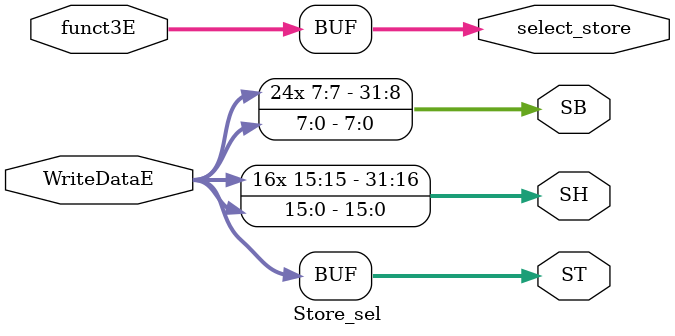
<source format=v>
module Store_sel (
	input  		[2:0] 	funct3E,
	input  		[31:0] 	WriteDataE,
	output wire [2:0] 	select_store,
	output wire [31:0] 	ST,
	output wire [31:0] 	SH,
	output wire [31:0] 	SB
);
	assign select_store = funct3E;
	assign ST = WriteDataE;
	assign SB = {{24{WriteDataE[7]}}, WriteDataE [7:0]};
	assign SH = {{16{WriteDataE[15]}}, WriteDataE [15:0]};
endmodule
</source>
